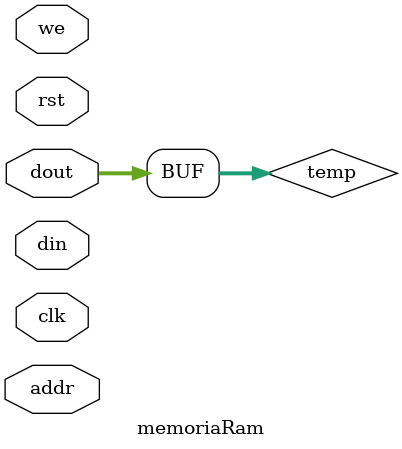
<source format=v>
`timescale 1ns / 1ps

module memoriaRam(
        input clk, // reloj
        input we, // write enable
        input rst, // boton para blankear la memoria
        input [6:0] addr, // mem para direccionamiento
        input [15:0] din, // mem de entrada de dato de 16 bits
        input [15:0] dout //mem para salida de dato de 16 bits
    );
    reg [15:0] mem [128:0];
    reg [15:0] temp;
    integer i = 0;
    always@(posedge clk) begin
        if (rst == 1'b1) begin
            for (i = 0; i < 128; i = i + 1) begin
                mem[i] <= 16'h00;
            end
        end
        else begin
            if (we == 1'b1)
                mem[addr] <= din;
            else
                temp <= mem[addr];
        end
    end
    assign dout = temp;
endmodule

</source>
